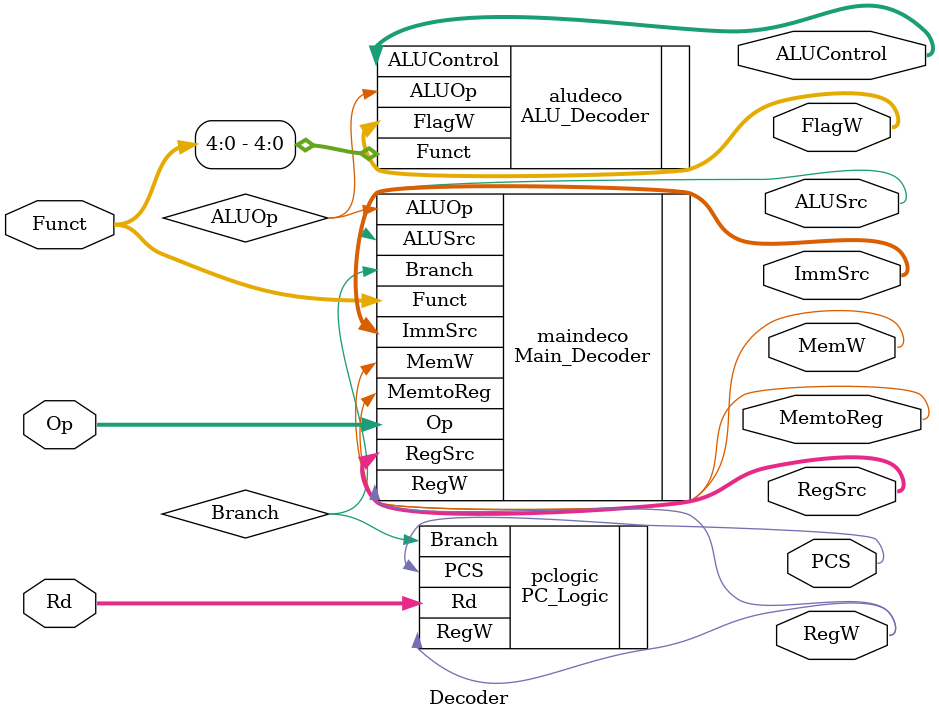
<source format=sv>
module Decoder (
	input logic [1:0] Op,
	input logic [5:0] Funct,
	input logic [3:0] Rd,
	output logic RegW, MemW, MemtoReg, ALUSrc, PCS,
	output logic [1:0] ImmSrc, RegSrc, FlagW,
	output logic [4:0] ALUControl
);

	logic Branch, ALUOp;

	Main_Decoder maindeco(
		.Op(Op),
		.Funct(Funct),
		.Branch(Branch), 
		.RegW(RegW), 
		.MemW(MemW), 
		.MemtoReg(MemtoReg), 
		.ALUSrc(ALUSrc), 
		.ALUOp(ALUOp),
		.ImmSrc(ImmSrc), 
		.RegSrc(RegSrc)
	);
	
	PC_Logic pclogic(
		.Rd(Rd),
		.Branch(Branch), 
		.RegW(RegW), 
		.PCS(PCS)
	);
	
	ALU_Decoder aludeco(
		.ALUOp(ALUOp),
		.Funct(Funct[4:0]),
		.FlagW(FlagW),
		.ALUControl(ALUControl)
	);

endmodule
</source>
